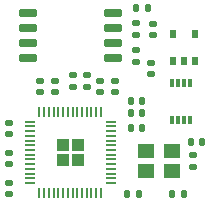
<source format=gbr>
%TF.GenerationSoftware,KiCad,Pcbnew,(6.0.2-0)*%
%TF.CreationDate,2022-06-01T12:35:39-04:00*%
%TF.ProjectId,hitclips_2040,68697463-6c69-4707-935f-323034302e6b,rev?*%
%TF.SameCoordinates,Original*%
%TF.FileFunction,Paste,Top*%
%TF.FilePolarity,Positive*%
%FSLAX46Y46*%
G04 Gerber Fmt 4.6, Leading zero omitted, Abs format (unit mm)*
G04 Created by KiCad (PCBNEW (6.0.2-0)) date 2022-06-01 12:35:39*
%MOMM*%
%LPD*%
G01*
G04 APERTURE LIST*
G04 Aperture macros list*
%AMRoundRect*
0 Rectangle with rounded corners*
0 $1 Rounding radius*
0 $2 $3 $4 $5 $6 $7 $8 $9 X,Y pos of 4 corners*
0 Add a 4 corners polygon primitive as box body*
4,1,4,$2,$3,$4,$5,$6,$7,$8,$9,$2,$3,0*
0 Add four circle primitives for the rounded corners*
1,1,$1+$1,$2,$3*
1,1,$1+$1,$4,$5*
1,1,$1+$1,$6,$7*
1,1,$1+$1,$8,$9*
0 Add four rect primitives between the rounded corners*
20,1,$1+$1,$2,$3,$4,$5,0*
20,1,$1+$1,$4,$5,$6,$7,0*
20,1,$1+$1,$6,$7,$8,$9,0*
20,1,$1+$1,$8,$9,$2,$3,0*%
G04 Aperture macros list end*
%ADD10RoundRect,0.150000X-0.650000X-0.150000X0.650000X-0.150000X0.650000X0.150000X-0.650000X0.150000X0*%
%ADD11RoundRect,0.140000X-0.140000X-0.170000X0.140000X-0.170000X0.140000X0.170000X-0.140000X0.170000X0*%
%ADD12RoundRect,0.140000X0.170000X-0.140000X0.170000X0.140000X-0.170000X0.140000X-0.170000X-0.140000X0*%
%ADD13RoundRect,0.135000X-0.185000X0.135000X-0.185000X-0.135000X0.185000X-0.135000X0.185000X0.135000X0*%
%ADD14RoundRect,0.135000X0.185000X-0.135000X0.185000X0.135000X-0.185000X0.135000X-0.185000X-0.135000X0*%
%ADD15RoundRect,0.140000X0.140000X0.170000X-0.140000X0.170000X-0.140000X-0.170000X0.140000X-0.170000X0*%
%ADD16R,0.510000X0.700000*%
%ADD17R,1.400000X1.200000*%
%ADD18RoundRect,0.140000X-0.170000X0.140000X-0.170000X-0.140000X0.170000X-0.140000X0.170000X0.140000X0*%
%ADD19RoundRect,0.250000X-0.292217X-0.292217X0.292217X-0.292217X0.292217X0.292217X-0.292217X0.292217X0*%
%ADD20RoundRect,0.050000X-0.387500X-0.050000X0.387500X-0.050000X0.387500X0.050000X-0.387500X0.050000X0*%
%ADD21RoundRect,0.050000X-0.050000X-0.387500X0.050000X-0.387500X0.050000X0.387500X-0.050000X0.387500X0*%
%ADD22R,0.300000X0.800000*%
G04 APERTURE END LIST*
D10*
%TO.C,U2*%
X118320000Y-71247000D03*
X118320000Y-72517000D03*
X118320000Y-73787000D03*
X118320000Y-75057000D03*
X125520000Y-75057000D03*
X125520000Y-73787000D03*
X125520000Y-72517000D03*
X125520000Y-71247000D03*
%TD*%
D11*
%TO.C,C14*%
X127508000Y-70866000D03*
X128468000Y-70866000D03*
%TD*%
D12*
%TO.C,C9*%
X116713000Y-81506000D03*
X116713000Y-80546000D03*
%TD*%
D13*
%TO.C,R3*%
X127508000Y-72134000D03*
X127508000Y-73154000D03*
%TD*%
%TO.C,R5*%
X132334000Y-83310000D03*
X132334000Y-84330000D03*
%TD*%
D14*
%TO.C,R1*%
X122123200Y-77522800D03*
X122123200Y-76502800D03*
%TD*%
D12*
%TO.C,C11*%
X119380000Y-77950000D03*
X119380000Y-76990000D03*
%TD*%
D11*
%TO.C,C5*%
X127028000Y-81026000D03*
X127988000Y-81026000D03*
%TD*%
D15*
%TO.C,C15*%
X131516000Y-86614000D03*
X130556000Y-86614000D03*
%TD*%
D16*
%TO.C,U1*%
X130622000Y-75328000D03*
X131572000Y-75328000D03*
X132522000Y-75328000D03*
X132522000Y-73008000D03*
X130622000Y-73008000D03*
%TD*%
D12*
%TO.C,C13*%
X125730000Y-77950000D03*
X125730000Y-76990000D03*
%TD*%
D17*
%TO.C,Y1*%
X128313000Y-84670000D03*
X130513000Y-84670000D03*
X130513000Y-82970000D03*
X128313000Y-82970000D03*
%TD*%
D12*
%TO.C,C7*%
X116713000Y-86586000D03*
X116713000Y-85626000D03*
%TD*%
D11*
%TO.C,C3*%
X127028000Y-78740000D03*
X127988000Y-78740000D03*
%TD*%
D15*
%TO.C,C16*%
X133068000Y-82169000D03*
X132108000Y-82169000D03*
%TD*%
D18*
%TO.C,C1*%
X128778000Y-75466000D03*
X128778000Y-76426000D03*
%TD*%
D14*
%TO.C,R2*%
X123342400Y-77522800D03*
X123342400Y-76502800D03*
%TD*%
D19*
%TO.C,U3*%
X122557500Y-82420500D03*
X122557500Y-83695500D03*
X121282500Y-82420500D03*
X121282500Y-83695500D03*
D20*
X118482500Y-80458000D03*
X118482500Y-80858000D03*
X118482500Y-81258000D03*
X118482500Y-81658000D03*
X118482500Y-82058000D03*
X118482500Y-82458000D03*
X118482500Y-82858000D03*
X118482500Y-83258000D03*
X118482500Y-83658000D03*
X118482500Y-84058000D03*
X118482500Y-84458000D03*
X118482500Y-84858000D03*
X118482500Y-85258000D03*
X118482500Y-85658000D03*
D21*
X119320000Y-86495500D03*
X119720000Y-86495500D03*
X120120000Y-86495500D03*
X120520000Y-86495500D03*
X120920000Y-86495500D03*
X121320000Y-86495500D03*
X121720000Y-86495500D03*
X122120000Y-86495500D03*
X122520000Y-86495500D03*
X122920000Y-86495500D03*
X123320000Y-86495500D03*
X123720000Y-86495500D03*
X124120000Y-86495500D03*
X124520000Y-86495500D03*
D20*
X125357500Y-85658000D03*
X125357500Y-85258000D03*
X125357500Y-84858000D03*
X125357500Y-84458000D03*
X125357500Y-84058000D03*
X125357500Y-83658000D03*
X125357500Y-83258000D03*
X125357500Y-82858000D03*
X125357500Y-82458000D03*
X125357500Y-82058000D03*
X125357500Y-81658000D03*
X125357500Y-81258000D03*
X125357500Y-80858000D03*
X125357500Y-80458000D03*
D21*
X124520000Y-79620500D03*
X124120000Y-79620500D03*
X123720000Y-79620500D03*
X123320000Y-79620500D03*
X122920000Y-79620500D03*
X122520000Y-79620500D03*
X122120000Y-79620500D03*
X121720000Y-79620500D03*
X121320000Y-79620500D03*
X120920000Y-79620500D03*
X120520000Y-79620500D03*
X120120000Y-79620500D03*
X119720000Y-79620500D03*
X119320000Y-79620500D03*
%TD*%
D22*
%TO.C,U5*%
X130568000Y-80290000D03*
X131068000Y-80290000D03*
X131568000Y-80290000D03*
X132068000Y-80290000D03*
X132068000Y-77190000D03*
X131568000Y-77190000D03*
X131068000Y-77190000D03*
X130568000Y-77190000D03*
%TD*%
D12*
%TO.C,C2*%
X128905000Y-73124000D03*
X128905000Y-72164000D03*
%TD*%
%TO.C,C6*%
X120650000Y-77950000D03*
X120650000Y-76990000D03*
%TD*%
D11*
%TO.C,C4*%
X127028000Y-79756000D03*
X127988000Y-79756000D03*
%TD*%
%TO.C,C10*%
X126746000Y-86614000D03*
X127706000Y-86614000D03*
%TD*%
D12*
%TO.C,C8*%
X116713000Y-84046000D03*
X116713000Y-83086000D03*
%TD*%
D14*
%TO.C,R4*%
X127508000Y-75440000D03*
X127508000Y-74420000D03*
%TD*%
D12*
%TO.C,C12*%
X124460000Y-77950000D03*
X124460000Y-76990000D03*
%TD*%
M02*

</source>
